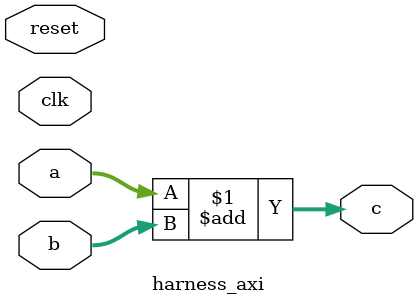
<source format=v>

module harness_axi(
    input clk,
    input reset,
    input [31:0] a,
    input [31:0] b,
    output [31:0] c
    );

assign c = a + b;

endmodule

</source>
